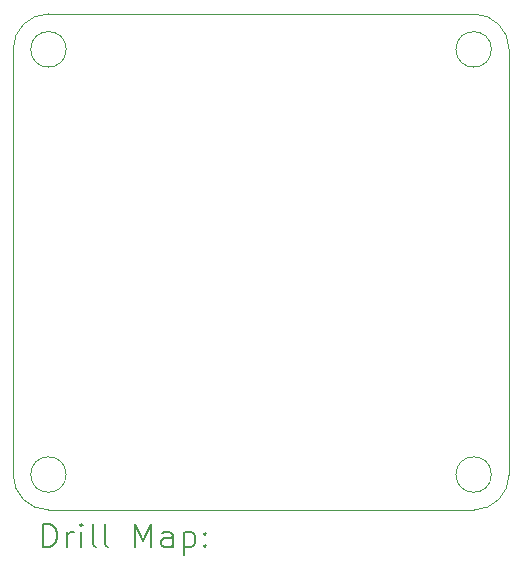
<source format=gbr>
%TF.GenerationSoftware,KiCad,Pcbnew,7.0.6*%
%TF.CreationDate,2023-09-28T21:06:30-04:00*%
%TF.ProjectId,Welder_Knob,57656c64-6572-45f4-9b6e-6f622e6b6963,rev?*%
%TF.SameCoordinates,Original*%
%TF.FileFunction,Drillmap*%
%TF.FilePolarity,Positive*%
%FSLAX45Y45*%
G04 Gerber Fmt 4.5, Leading zero omitted, Abs format (unit mm)*
G04 Created by KiCad (PCBNEW 7.0.6) date 2023-09-28 21:06:30*
%MOMM*%
%LPD*%
G01*
G04 APERTURE LIST*
%ADD10C,0.100000*%
%ADD11C,0.200000*%
G04 APERTURE END LIST*
D10*
X16200000Y-6300000D02*
G75*
G03*
X15900000Y-6000000I-300000J0D01*
G01*
X12450000Y-6300000D02*
G75*
G03*
X12450000Y-6300000I-150000J0D01*
G01*
X16050000Y-9900000D02*
G75*
G03*
X16050000Y-9900000I-150000J0D01*
G01*
X12000000Y-6300000D02*
X12000000Y-9900000D01*
X12300000Y-6000000D02*
G75*
G03*
X12000000Y-6300000I0J-300000D01*
G01*
X15900000Y-10200000D02*
G75*
G03*
X16200000Y-9900000I0J300000D01*
G01*
X16200000Y-9900000D02*
X16200000Y-6300000D01*
X12300000Y-10200000D02*
X15900000Y-10200000D01*
X12450000Y-9900000D02*
G75*
G03*
X12450000Y-9900000I-150000J0D01*
G01*
X16050000Y-6300000D02*
G75*
G03*
X16050000Y-6300000I-150000J0D01*
G01*
X15900000Y-6000000D02*
X12300000Y-6000000D01*
X12000000Y-9900000D02*
G75*
G03*
X12300000Y-10200000I300000J0D01*
G01*
D11*
X12255777Y-10516484D02*
X12255777Y-10316484D01*
X12255777Y-10316484D02*
X12303396Y-10316484D01*
X12303396Y-10316484D02*
X12331967Y-10326008D01*
X12331967Y-10326008D02*
X12351015Y-10345055D01*
X12351015Y-10345055D02*
X12360539Y-10364103D01*
X12360539Y-10364103D02*
X12370062Y-10402198D01*
X12370062Y-10402198D02*
X12370062Y-10430770D01*
X12370062Y-10430770D02*
X12360539Y-10468865D01*
X12360539Y-10468865D02*
X12351015Y-10487912D01*
X12351015Y-10487912D02*
X12331967Y-10506960D01*
X12331967Y-10506960D02*
X12303396Y-10516484D01*
X12303396Y-10516484D02*
X12255777Y-10516484D01*
X12455777Y-10516484D02*
X12455777Y-10383150D01*
X12455777Y-10421246D02*
X12465301Y-10402198D01*
X12465301Y-10402198D02*
X12474824Y-10392674D01*
X12474824Y-10392674D02*
X12493872Y-10383150D01*
X12493872Y-10383150D02*
X12512920Y-10383150D01*
X12579586Y-10516484D02*
X12579586Y-10383150D01*
X12579586Y-10316484D02*
X12570062Y-10326008D01*
X12570062Y-10326008D02*
X12579586Y-10335531D01*
X12579586Y-10335531D02*
X12589110Y-10326008D01*
X12589110Y-10326008D02*
X12579586Y-10316484D01*
X12579586Y-10316484D02*
X12579586Y-10335531D01*
X12703396Y-10516484D02*
X12684348Y-10506960D01*
X12684348Y-10506960D02*
X12674824Y-10487912D01*
X12674824Y-10487912D02*
X12674824Y-10316484D01*
X12808158Y-10516484D02*
X12789110Y-10506960D01*
X12789110Y-10506960D02*
X12779586Y-10487912D01*
X12779586Y-10487912D02*
X12779586Y-10316484D01*
X13036729Y-10516484D02*
X13036729Y-10316484D01*
X13036729Y-10316484D02*
X13103396Y-10459341D01*
X13103396Y-10459341D02*
X13170062Y-10316484D01*
X13170062Y-10316484D02*
X13170062Y-10516484D01*
X13351015Y-10516484D02*
X13351015Y-10411722D01*
X13351015Y-10411722D02*
X13341491Y-10392674D01*
X13341491Y-10392674D02*
X13322443Y-10383150D01*
X13322443Y-10383150D02*
X13284348Y-10383150D01*
X13284348Y-10383150D02*
X13265301Y-10392674D01*
X13351015Y-10506960D02*
X13331967Y-10516484D01*
X13331967Y-10516484D02*
X13284348Y-10516484D01*
X13284348Y-10516484D02*
X13265301Y-10506960D01*
X13265301Y-10506960D02*
X13255777Y-10487912D01*
X13255777Y-10487912D02*
X13255777Y-10468865D01*
X13255777Y-10468865D02*
X13265301Y-10449817D01*
X13265301Y-10449817D02*
X13284348Y-10440293D01*
X13284348Y-10440293D02*
X13331967Y-10440293D01*
X13331967Y-10440293D02*
X13351015Y-10430770D01*
X13446253Y-10383150D02*
X13446253Y-10583150D01*
X13446253Y-10392674D02*
X13465301Y-10383150D01*
X13465301Y-10383150D02*
X13503396Y-10383150D01*
X13503396Y-10383150D02*
X13522443Y-10392674D01*
X13522443Y-10392674D02*
X13531967Y-10402198D01*
X13531967Y-10402198D02*
X13541491Y-10421246D01*
X13541491Y-10421246D02*
X13541491Y-10478389D01*
X13541491Y-10478389D02*
X13531967Y-10497436D01*
X13531967Y-10497436D02*
X13522443Y-10506960D01*
X13522443Y-10506960D02*
X13503396Y-10516484D01*
X13503396Y-10516484D02*
X13465301Y-10516484D01*
X13465301Y-10516484D02*
X13446253Y-10506960D01*
X13627205Y-10497436D02*
X13636729Y-10506960D01*
X13636729Y-10506960D02*
X13627205Y-10516484D01*
X13627205Y-10516484D02*
X13617682Y-10506960D01*
X13617682Y-10506960D02*
X13627205Y-10497436D01*
X13627205Y-10497436D02*
X13627205Y-10516484D01*
X13627205Y-10392674D02*
X13636729Y-10402198D01*
X13636729Y-10402198D02*
X13627205Y-10411722D01*
X13627205Y-10411722D02*
X13617682Y-10402198D01*
X13617682Y-10402198D02*
X13627205Y-10392674D01*
X13627205Y-10392674D02*
X13627205Y-10411722D01*
M02*

</source>
